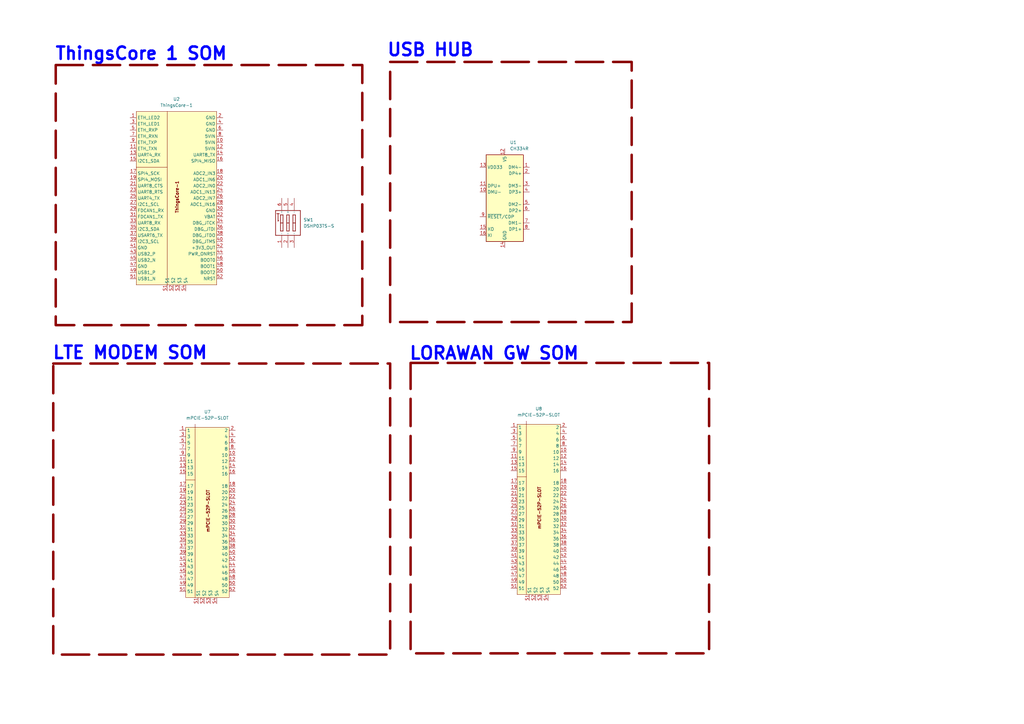
<source format=kicad_sch>
(kicad_sch (version 20250114) (generator "eeschema") (generator_version "9.0")
  (paper "A3")
  (title_block (title "ThingsGate-1_Power") (rev "1"))
  (lib_symbols
    (symbol "Interface_USB:CH334R"
      (property "Reference" "U" (at -7.62 20.32 0))
      (property "Value" "CH334R" (at 2.54 20.32 0))
      (symbol "CH334R_0_1"
        (rectangle (start -7.62 17.78) (end 7.62 -17.78) (stroke (width 0.254)) (fill (type background)))
      )
      (symbol "CH334R_1_1"
        (pin passive line (at -10.16 12.7 0) (length 2.54) (name "VDD33") (number "13"))
        (pin bidirectional line (at -10.16 5.08 0) (length 2.54) (name "DPU+") (number "11"))
        (pin bidirectional line (at -10.16 2.54 0) (length 2.54) (name "DMU-") (number "10"))
        (pin input line (at -10.16 -7.62 0) (length 2.54) (name "~{RESET}/CDP") (number "9"))
        (pin passive line (at -10.16 -12.7 0) (length 2.54) (name "XO") (number "15"))
        (pin passive line (at -10.16 -15.24 0) (length 2.54) (name "XI") (number "16"))
        (pin power_in line (at 0 20.32 270) (length 2.54) (name "V5") (number "12"))
        (pin power_in line (at 0 -20.32 90) (length 2.54) (name "GND") (number "14"))
        (pin bidirectional line (at 10.16 12.7 180) (length 2.54) (name "DM4-") (number "1"))
        (pin bidirectional line (at 10.16 10.16 180) (length 2.54) (name "DP4+") (number "2"))
        (pin bidirectional line (at 10.16 5.08 180) (length 2.54) (name "DM3-") (number "3"))
        (pin bidirectional line (at 10.16 2.54 180) (length 2.54) (name "DP3+") (number "4"))
        (pin bidirectional line (at 10.16 -2.54 180) (length 2.54) (name "DM2-") (number "5"))
        (pin bidirectional line (at 10.16 -5.08 180) (length 2.54) (name "DP2+") (number "6"))
        (pin bidirectional line (at 10.16 -10.16 180) (length 2.54) (name "DM1-") (number "7"))
        (pin bidirectional line (at 10.16 -12.7 180) (length 2.54) (name "DP1+") (number "8"))
      )
    )
    (symbol "ThingsGate-1:DSHP03TS-S"
      (property "Reference" "SW?" (at 7.112 7.874 0))
      (property "Value" "DSHP03TS-S" (at 11.43 6.096 0))
      (symbol "DSHP03TS-S_0_0"
        (polyline (pts (xy -5.08 5.08) (xy -5.08 -5.08)) (stroke (width 0.254)))
        (polyline (pts (xy -5.08 5.08) (xy 5.08 5.08)) (stroke (width 0.254)))
        (polyline (pts (xy -5.08 -5.08) (xy 5.08 -5.08)) (stroke (width 0.254)))
        (polyline (pts (xy -3.302 3.048) (xy 3.302 3.048)) (stroke (width 0.254)))
        (polyline (pts (xy -3.302 2.032) (xy -3.302 3.048)) (stroke (width 0.254)))
        (polyline (pts (xy -3.302 0.508) (xy 3.302 0.508)) (stroke (width 0.254)))
        (polyline (pts (xy -3.302 -0.508) (xy -3.302 0.508)) (stroke (width 0.254)))
        (polyline (pts (xy -3.302 -2.032) (xy 3.302 -2.032)) (stroke (width 0.254)))
        (polyline (pts (xy -3.302 -3.048) (xy -3.302 -2.032)) (stroke (width 0.254)))
        (polyline (pts (xy 0 3.048) (xy 0 2.032)) (stroke (width 0.254)))
        (polyline (pts (xy 0 0.508) (xy 0 -0.508)) (stroke (width 0.254)))
        (polyline (pts (xy 0 -2.032) (xy 0 -3.048)) (stroke (width 0.254)))
        (polyline (pts (xy 0.762 4.064) (xy 3.81 4.064)) (stroke (width 0.254)))
        (polyline (pts (xy 1.016 3.81) (xy 0.762 4.064)) (stroke (width 0.254)))
        (polyline (pts (xy 3.302 3.048) (xy 3.302 2.032)) (stroke (width 0.254)))
        (polyline (pts (xy 3.302 2.032) (xy -3.302 2.032)) (stroke (width 0.254)))
        (polyline (pts (xy 3.302 0.508) (xy 3.302 -0.508)) (stroke (width 0.254)))
        (polyline (pts (xy 3.302 -0.508) (xy -3.302 -0.508)) (stroke (width 0.254)))
        (polyline (pts (xy 3.302 -2.032) (xy 3.302 -3.048)) (stroke (width 0.254)))
        (polyline (pts (xy 3.302 -3.048) (xy -3.302 -3.048)) (stroke (width 0.254)))
        (polyline (pts (xy 3.81 4.572) (xy 3.81 3.556)) (stroke (width 0.254)))
        (polyline (pts (xy 5.08 -5.08) (xy 5.08 5.08)) (stroke (width 0.254)))
        (pin input line (at -10.16 2.54 0) (length 5.08) (name "1") (number "1"))
        (pin input line (at -10.16 0 0) (length 5.08) (name "2") (number "2"))
        (pin input line (at -10.16 -2.54 0) (length 5.08) (name "3") (number "3"))
        (pin input line (at 10.16 2.54 180) (length 5.08) (name "6") (number "6"))
        (pin input line (at 10.16 0 180) (length 5.08) (name "5") (number "5"))
        (pin input line (at 10.16 -2.54 180) (length 5.08) (name "4") (number "4"))
      )
    )
    (symbol "ThingsGate-1:ThingsCore-1"
      (property "Reference" "U2" (at 0 74.93 0))
      (property "Value" "ThingsCore-1" (at 0 72.39 0))
      (symbol "ThingsCore-1_0_0"
        (pin bidirectional line (at -19.05 62.23 0) (length 2.54) (name "ETH_RXP") (number "5"))
        (pin bidirectional line (at -19.05 57.15 0) (length 2.54) (name "ETH_TXP") (number "9"))
        (pin bidirectional line (at -19.05 54.61 0) (length 2.54) (name "ETH_TXN") (number "11"))
        (pin bidirectional line (at -19.05 52.07 0) (length 2.54) (name "UART4_RX") (number "13"))
        (pin bidirectional line (at -19.05 39.37 0) (length 2.54) (name "UART8_CTS") (number "21"))
        (pin bidirectional line (at -19.05 36.83 0) (length 2.54) (name "UART8_RTS") (number "23"))
        (pin bidirectional line (at -19.05 34.29 0) (length 2.54) (name "UART4_TX") (number "25"))
        (pin bidirectional line (at -19.05 31.75 0) (length 2.54) (name "I2C1_SCL") (number "27"))
        (pin bidirectional line (at -19.05 29.21 0) (length 2.54) (name "FDCAN1_RX") (number "29"))
        (pin bidirectional line (at -19.05 26.67 0) (length 2.54) (name "FDCAN1_TX") (number "31"))
        (pin bidirectional line (at -19.05 24.13 0) (length 2.54) (name "UART8_RX") (number "33"))
        (pin bidirectional line (at -19.05 21.59 0) (length 2.54) (name "I2C3_SDA") (number "35"))
        (pin bidirectional line (at -19.05 19.05 0) (length 2.54) (name "USART6_TX") (number "37"))
        (pin bidirectional line (at -19.05 16.51 0) (length 2.54) (name "I2C3_SCL") (number "39"))
        (pin bidirectional line (at -19.05 13.97 0) (length 2.54) (name "GND") (number "41"))
        (pin bidirectional line (at -19.05 11.43 0) (length 2.54) (name "USB2_P") (number "43"))
        (pin bidirectional line (at -19.05 8.89 0) (length 2.54) (name "USB2_N") (number "45"))
        (pin bidirectional line (at -19.05 6.35 0) (length 2.54) (name "GND") (number "47"))
        (pin bidirectional line (at -19.05 3.81 0) (length 2.54) (name "USB1_P") (number "49"))
        (pin bidirectional line (at -19.05 1.27 0) (length 2.54) (name "USB1_N") (number "51"))
        (pin bidirectional line (at 19.05 64.77 180) (length 2.54) (name "GND") (number "4"))
        (pin bidirectional line (at 19.05 62.23 180) (length 2.54) (name "GND") (number "6"))
        (pin bidirectional line (at 19.05 59.69 180) (length 2.54) (name "5VIN") (number "8"))
        (pin bidirectional line (at 19.05 57.15 180) (length 2.54) (name "5VIN") (number "10"))
        (pin bidirectional line (at 19.05 54.61 180) (length 2.54) (name "5VIN") (number "12"))
        (pin bidirectional line (at 19.05 52.07 180) (length 2.54) (name "UART8_TX") (number "14"))
        (pin bidirectional line (at 19.05 49.53 180) (length 2.54) (name "SPI4_MISO") (number "16"))
        (pin bidirectional line (at 19.05 44.45 180) (length 2.54) (name "ADC2_IN3") (number "18"))
        (pin bidirectional line (at 19.05 41.91 180) (length 2.54) (name "ADC1_IN6") (number "20"))
        (pin bidirectional line (at 19.05 39.37 180) (length 2.54) (name "ADC2_IN0") (number "22"))
        (pin bidirectional line (at 19.05 36.83 180) (length 2.54) (name "ADC1_IN13") (number "24"))
        (pin bidirectional line (at 19.05 34.29 180) (length 2.54) (name "ADC2_IN7") (number "26"))
        (pin bidirectional line (at 19.05 31.75 180) (length 2.54) (name "ADC1_IN16") (number "28"))
        (pin bidirectional line (at 19.05 29.21 180) (length 2.54) (name "GND") (number "30"))
        (pin bidirectional line (at 19.05 26.67 180) (length 2.54) (name "VBAT") (number "32"))
        (pin bidirectional line (at 19.05 24.13 180) (length 2.54) (name "DBG_JTCK") (number "34"))
        (pin bidirectional line (at 19.05 21.59 180) (length 2.54) (name "DBG_JTDI") (number "36"))
        (pin bidirectional line (at 19.05 19.05 180) (length 2.54) (name "DBG_JTDO") (number "38"))
        (pin bidirectional line (at 19.05 16.51 180) (length 2.54) (name "DBG_JTMS") (number "40"))
        (pin bidirectional line (at 19.05 13.97 180) (length 2.54) (name "+3V3_OUT") (number "42"))
        (pin bidirectional line (at 19.05 11.43 180) (length 2.54) (name "PWR_ONRST") (number "44"))
        (pin bidirectional line (at 19.05 8.89 180) (length 2.54) (name "BOOT0") (number "46"))
        (pin bidirectional line (at 19.05 6.35 180) (length 2.54) (name "BOOT1") (number "48"))
        (pin bidirectional line (at 19.05 3.81 180) (length 2.54) (name "BOOT2") (number "50"))
        (pin bidirectional line (at 19.05 1.27 180) (length 2.54) (name "NRST") (number "52"))
      )
      (symbol "ThingsCore-1_0_1"
        (polyline (pts (xy -3.81 46.99) (xy -16.51 46.99)))
        (polyline (pts (xy -3.81 -1.27) (xy -3.81 69.85)))
      )
      (symbol "ThingsCore-1_1_0"
        (pin bidirectional line (at -19.05 67.31 0) (length 2.54) (name "ETH_LED2") (number "1"))
        (pin bidirectional line (at -19.05 64.77 0) (length 2.54) (name "ETH_LED1") (number "3"))
        (pin bidirectional line (at -19.05 59.69 0) (length 2.54) (name "ETH_RXN") (number "7"))
        (pin bidirectional line (at -19.05 49.53 0) (length 2.54) (name "I2C1_SDA") (number "15"))
        (pin bidirectional line (at -19.05 44.45 0) (length 2.54) (name "SPI4_SCK") (number "17"))
        (pin bidirectional line (at -19.05 41.91 0) (length 2.54) (name "SPI4_MOSI") (number "19"))
        (pin bidirectional line (at -3.81 -3.81 90) (length 2.54) (name "S1") (number "S1"))
        (pin bidirectional line (at -1.27 -3.81 90) (length 2.54) (name "S2") (number "S2"))
        (pin bidirectional line (at 1.27 -3.81 90) (length 2.54) (name "S3") (number "S3"))
        (pin bidirectional line (at 3.81 -3.81 90) (length 2.54) (name "S4") (number "S4"))
        (pin bidirectional line (at 19.05 67.31 180) (length 2.54) (name "GND") (number "2"))
      )
      (symbol "ThingsCore-1_1_1"
        (rectangle (start -16.51 69.85) (end 16.51 -1.27) (fill (type background)))
        (text "ThingsCore-1\n" (at 0.254 34.798 900) (effects (font (size 1.27 1.27) (thickness 0.254) (bold yes))))
      )
    )
    (symbol "ThingsGate-1:mPCIE-52P-SLOT"
      (property "Reference" "U" (at 7.366 72.644 0))
      (property "Value" "mPCIE-52P-SLOT" (at 16.51 70.866 0))
      (symbol "mPCIE-52P-SLOT_0_0"
        (pin bidirectional line (at -11.43 67.31 0) (length 2.54) (name "1") (number "1"))
        (pin bidirectional line (at -11.43 64.77 0) (length 2.54) (name "3") (number "3"))
        (pin bidirectional line (at -11.43 62.23 0) (length 2.54) (name "5") (number "5"))
        (pin bidirectional line (at -11.43 59.69 0) (length 2.54) (name "7") (number "7"))
        (pin bidirectional line (at -11.43 57.15 0) (length 2.54) (name "9") (number "9"))
        (pin bidirectional line (at -11.43 54.61 0) (length 2.54) (name "11") (number "11"))
        (pin bidirectional line (at -11.43 52.07 0) (length 2.54) (name "13") (number "13"))
        (pin bidirectional line (at -11.43 49.53 0) (length 2.54) (name "15") (number "15"))
        (pin bidirectional line (at -11.43 44.45 0) (length 2.54) (name "17") (number "17"))
        (pin bidirectional line (at -11.43 41.91 0) (length 2.54) (name "19") (number "19"))
        (pin bidirectional line (at -11.43 39.37 0) (length 2.54) (name "21") (number "21"))
        (pin bidirectional line (at -11.43 36.83 0) (length 2.54) (name "23") (number "23"))
        (pin bidirectional line (at -11.43 34.29 0) (length 2.54) (name "25") (number "25"))
        (pin bidirectional line (at -11.43 31.75 0) (length 2.54) (name "27") (number "27"))
        (pin bidirectional line (at -11.43 29.21 0) (length 2.54) (name "29") (number "29"))
        (pin bidirectional line (at -11.43 26.67 0) (length 2.54) (name "31") (number "31"))
        (pin bidirectional line (at -11.43 24.13 0) (length 2.54) (name "33") (number "33"))
        (pin bidirectional line (at -11.43 21.59 0) (length 2.54) (name "35") (number "35"))
        (pin bidirectional line (at -11.43 19.05 0) (length 2.54) (name "37") (number "37"))
        (pin bidirectional line (at -11.43 16.51 0) (length 2.54) (name "39") (number "39"))
        (pin bidirectional line (at -11.43 13.97 0) (length 2.54) (name "41") (number "41"))
        (pin bidirectional line (at -11.43 11.43 0) (length 2.54) (name "43") (number "43"))
        (pin bidirectional line (at -11.43 8.89 0) (length 2.54) (name "45") (number "45"))
        (pin bidirectional line (at -11.43 6.35 0) (length 2.54) (name "47") (number "47"))
        (pin bidirectional line (at -11.43 3.81 0) (length 2.54) (name "49") (number "49"))
        (pin bidirectional line (at -11.43 1.27 0) (length 2.54) (name "51") (number "51"))
        (pin bidirectional line (at 11.43 67.31 180) (length 2.54) (name "2") (number "2"))
        (pin bidirectional line (at 11.43 64.77 180) (length 2.54) (name "4") (number "4"))
        (pin bidirectional line (at 11.43 62.23 180) (length 2.54) (name "6") (number "6"))
        (pin bidirectional line (at 11.43 59.69 180) (length 2.54) (name "8") (number "8"))
        (pin bidirectional line (at 11.43 57.15 180) (length 2.54) (name "10") (number "10"))
        (pin bidirectional line (at 11.43 54.61 180) (length 2.54) (name "12") (number "12"))
        (pin bidirectional line (at 11.43 52.07 180) (length 2.54) (name "14") (number "14"))
        (pin bidirectional line (at 11.43 49.53 180) (length 2.54) (name "16") (number "16"))
        (pin bidirectional line (at 11.43 44.45 180) (length 2.54) (name "18") (number "18"))
        (pin bidirectional line (at 11.43 41.91 180) (length 2.54) (name "20") (number "20"))
        (pin bidirectional line (at 11.43 39.37 180) (length 2.54) (name "22") (number "22"))
        (pin bidirectional line (at 11.43 36.83 180) (length 2.54) (name "24") (number "24"))
        (pin bidirectional line (at 11.43 34.29 180) (length 2.54) (name "26") (number "26"))
        (pin bidirectional line (at 11.43 31.75 180) (length 2.54) (name "28") (number "28"))
        (pin bidirectional line (at 11.43 29.21 180) (length 2.54) (name "30") (number "30"))
        (pin bidirectional line (at 11.43 26.67 180) (length 2.54) (name "32") (number "32"))
        (pin bidirectional line (at 11.43 24.13 180) (length 2.54) (name "34") (number "34"))
        (pin bidirectional line (at 11.43 21.59 180) (length 2.54) (name "36") (number "36"))
        (pin bidirectional line (at 11.43 19.05 180) (length 2.54) (name "38") (number "38"))
        (pin bidirectional line (at 11.43 16.51 180) (length 2.54) (name "40") (number "40"))
        (pin bidirectional line (at 11.43 13.97 180) (length 2.54) (name "42") (number "42"))
        (pin bidirectional line (at 11.43 11.43 180) (length 2.54) (name "44") (number "44"))
        (pin bidirectional line (at 11.43 8.89 180) (length 2.54) (name "46") (number "46"))
        (pin bidirectional line (at 11.43 6.35 180) (length 2.54) (name "48") (number "48"))
        (pin bidirectional line (at 11.43 3.81 180) (length 2.54) (name "50") (number "50"))
        (pin bidirectional line (at 11.43 1.27 180) (length 2.54) (name "52") (number "52"))
      )
      (symbol "mPCIE-52P-SLOT_0_1"
        (polyline (pts (xy -5.08 46.99) (xy -8.89 46.99)))
        (polyline (pts (xy -5.08 -1.27) (xy -5.08 69.85)))
      )
      (symbol "mPCIE-52P-SLOT_1_0"
        (pin bidirectional line (at -3.81 -3.81 90) (length 2.54) (name "S1") (number "S1"))
        (pin bidirectional line (at -1.27 -3.81 90) (length 2.54) (name "S2") (number "S2"))
        (pin bidirectional line (at 1.27 -3.81 90) (length 2.54) (name "S3") (number "S3"))
        (pin bidirectional line (at 3.81 -3.81 90) (length 2.54) (name "S4") (number "S4"))
      )
      (symbol "mPCIE-52P-SLOT_1_1"
        (rectangle (start -8.89 68.58) (end 8.89 -1.27) (fill (type background)))
        (text "mPCIE-52P-SLOT\n" (at 0.254 34.29 900) (effects (font (size 1.27 1.27) (thickness 0.254) (bold yes))))
      )
    )
  )
  (rectangle (start 22.86 26.67) (end 148.59 133.35) (stroke (width 1.016) (type dash) (color 132 0 0 1)))
  (rectangle (start 21.844 149.098) (end 160.02 268.478) (stroke (width 1.016) (type dash) (color 132 0 0 1)))
  (rectangle (start 168.402 148.844) (end 290.83 267.97) (stroke (width 1.016) (type dash) (color 132 0 0 1)))
  (rectangle (start 160.02 25.4) (end 259.08 132.08) (stroke (width 1.016) (type dash) (color 132 0 0 1)))
  (text "USB HUB" (at 176.53 20.574 0) (effects (font (size 5.08 5.08) (thickness 1.016) (bold yes))))
  (text "LTE MODEM SOM" (at 53.34 144.78 0) (effects (font (size 5.08 5.08) (thickness 1.016) (bold yes))))
  (text "LORAWAN GW SOM" (at 202.692 145.034 0) (effects (font (size 5.08 5.08) (thickness 1.016) (bold yes))))
  (text "ThingsCore 1 SOM" (at 57.912 22.098 0) (effects (font (size 5.08 5.08) (thickness 1.016) (bold yes))))
  (symbol (lib_id "ThingsGate-1:DSHP03TS-S") (at 118.11 91.44 90) (unit 1)
    (property "Reference" "SW1" (at 124.46 90.1699 90) (effects (justify right)))
    (property "Value" "DSHP03TS-S" (at 124.46 92.7099 90) (effects (justify right)))
    (property "Footprint" "ThingsGate-1:SW-SMD_DSHP03TS-S" (effects (hide yes)))
  )
  (symbol (lib_id "Interface_USB:CH334R") (at 207.01 81.28 0) (unit 1)
    (property "Reference" "U1" (at 209.1533 58.42 0) (effects (justify left)))
    (property "Value" "CH334R" (at 209.1533 60.96 0) (effects (justify left)))
    (property "Footprint" "Package_SO:QSOP-16_3.9x4.9mm_P0.635mm" (effects (hide yes)))
    (property "Datasheet" "https://www.wch-ic.com/downloads/file/327.html" (effects (hide yes)))
    (property "Description" "USB HUB controller, UART, QSOP-16" (effects (hide yes)))
  )
  (symbol (lib_id "ThingsGate-1:ThingsCore-1") (at 72.39 115.57 0) (unit 1)
    (property "Reference" "U2" (at 72.39 40.64 0))
    (property "Value" "ThingsCore-1" (at 72.39 43.18 0))
    (property "Footprint" "ThingsGate-1:ThingsCore-1" (effects (hide yes)))
  )
  (symbol (lib_id "ThingsGate-1:mPCIE-52P-SLOT") (at 85.09 243.84 0) (unit 1)
    (property "Reference" "U7" (at 85.09 168.91 0))
    (property "Value" "mPCIE-52P-SLOT" (at 85.09 171.45 0))
    (property "Footprint" "ThingsGate-1:mpcie-slot_full" (effects (hide yes)))
  )
  (symbol (lib_id "ThingsGate-1:mPCIE-52P-SLOT") (at 220.98 242.57 0) (unit 1)
    (property "Reference" "U8" (at 220.98 167.64 0))
    (property "Value" "mPCIE-52P-SLOT" (at 220.98 170.18 0))
    (property "Footprint" "ThingsGate-1:mpcie-slot_full" (effects (hide yes)))
  )
)
</source>
